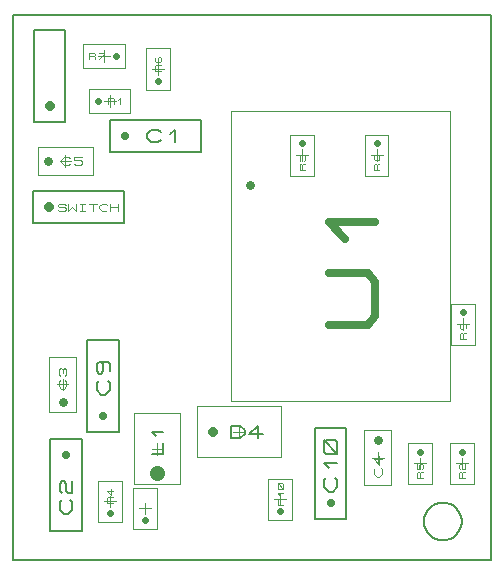
<source format=gbr>
G04 PROTEUS GERBER X2 FILE*
%TF.GenerationSoftware,Labcenter,Proteus,8.17-SP2-Build37159*%
%TF.CreationDate,2024-05-15T17:06:41+00:00*%
%TF.FileFunction,AssemblyDrawing,Top*%
%TF.FilePolarity,Positive*%
%TF.Part,Single*%
%TF.SameCoordinates,{8e856c1c-122a-437a-bfc2-24db689c5e76}*%
%FSLAX45Y45*%
%MOMM*%
G01*
%TA.AperFunction,Profile*%
%ADD21C,0.150000*%
%TA.AperFunction,Material*%
%ADD68C,0.050000*%
%ADD69C,0.762000*%
%ADD74C,0.645140*%
%ADD30C,0.150000*%
%ADD75C,0.711200*%
%ADD76C,0.177800*%
%ADD77C,0.721360*%
%ADD78C,0.112140*%
%ADD79C,0.812800*%
%ADD80C,0.097810*%
%ADD81C,0.579120*%
%ADD82C,0.077840*%
%ADD83C,0.843280*%
%ADD84C,0.169110*%
%ADD85C,1.257300*%
%ADD86C,0.142540*%
%TD.AperFunction*%
D21*
X-2010000Y-2260000D02*
X+2040000Y-2260000D01*
X+2040000Y+2360000D01*
X-2010000Y+2360000D01*
X-2010000Y-2260000D01*
D68*
X+1687000Y-909000D02*
X-163000Y-909000D01*
X-163000Y+1541000D01*
X+1687000Y+1541000D01*
X+1687000Y-909000D01*
D69*
X+0Y+915000D02*
X+0Y+915000D01*
D74*
X+670257Y-264631D02*
X+992830Y-264631D01*
X+1057344Y-192053D01*
X+1057344Y+98263D01*
X+992830Y+170842D01*
X+670257Y+170842D01*
X+799286Y+461157D02*
X+670257Y+606315D01*
X+1057344Y+606315D01*
D30*
X-1378500Y-1171500D02*
X-1109500Y-1171500D01*
X-1109500Y-394500D01*
X-1378500Y-394500D01*
X-1378500Y-1171500D01*
D75*
X-1244000Y-1037000D02*
X-1244000Y-1037000D01*
D76*
X-1208440Y-737975D02*
X-1190660Y-757978D01*
X-1190660Y-817985D01*
X-1226220Y-857990D01*
X-1261780Y-857990D01*
X-1297340Y-817985D01*
X-1297340Y-757978D01*
X-1279560Y-737975D01*
X-1261780Y-577955D02*
X-1244000Y-597958D01*
X-1244000Y-657965D01*
X-1261780Y-677968D01*
X-1279560Y-677968D01*
X-1297340Y-657965D01*
X-1297340Y-597958D01*
X-1279560Y-577955D01*
X-1208440Y-577955D01*
X-1190660Y-597958D01*
X-1190660Y-657965D01*
D30*
X+545500Y-1912500D02*
X+814500Y-1912500D01*
X+814500Y-1135500D01*
X+545500Y-1135500D01*
X+545500Y-1912500D01*
D75*
X+680000Y-1778000D02*
X+680000Y-1778000D01*
D76*
X+715560Y-1558985D02*
X+733340Y-1578988D01*
X+733340Y-1638995D01*
X+697780Y-1679000D01*
X+662220Y-1679000D01*
X+626660Y-1638995D01*
X+626660Y-1578988D01*
X+644440Y-1558985D01*
X+662220Y-1478975D02*
X+626660Y-1438970D01*
X+733340Y-1438970D01*
X+715560Y-1358960D02*
X+644440Y-1358960D01*
X+626660Y-1338958D01*
X+626660Y-1258948D01*
X+644440Y-1238945D01*
X+715560Y-1238945D01*
X+733340Y-1258948D01*
X+733340Y-1338958D01*
X+715560Y-1358960D01*
X+733340Y-1358960D02*
X+626660Y-1238945D01*
D68*
X-1475000Y-1005000D02*
X-1475000Y-535000D01*
X-1705000Y-535000D01*
X-1705000Y-1005000D01*
X-1475000Y-1005000D01*
X-1640000Y-770000D02*
X-1540000Y-770000D01*
X-1590000Y-720000D02*
X-1590000Y-820000D01*
D77*
X-1590000Y-920000D02*
X-1590000Y-920000D01*
D78*
X-1567571Y-733449D02*
X-1556356Y-746065D01*
X-1556356Y-783913D01*
X-1578785Y-809145D01*
X-1601214Y-809145D01*
X-1623643Y-783913D01*
X-1623643Y-746065D01*
X-1612428Y-733449D01*
X-1612428Y-695600D02*
X-1623643Y-682984D01*
X-1623643Y-645136D01*
X-1612428Y-632520D01*
X-1601214Y-632520D01*
X-1590000Y-645136D01*
X-1578785Y-632520D01*
X-1567571Y-632520D01*
X-1556356Y-645136D01*
X-1556356Y-682984D01*
X-1567571Y-695600D01*
X-1590000Y-670368D02*
X-1590000Y-645136D01*
D68*
X+965000Y-1155000D02*
X+965000Y-1625000D01*
X+1195000Y-1625000D01*
X+1195000Y-1155000D01*
X+965000Y-1155000D01*
X+1130000Y-1390000D02*
X+1030000Y-1390000D01*
X+1080000Y-1440000D02*
X+1080000Y-1340000D01*
D77*
X+1080000Y-1240000D02*
X+1080000Y-1240000D01*
D78*
X+1102429Y-1477017D02*
X+1113644Y-1489633D01*
X+1113644Y-1527481D01*
X+1091215Y-1552713D01*
X+1068786Y-1552713D01*
X+1046357Y-1527481D01*
X+1046357Y-1489633D01*
X+1057572Y-1477017D01*
X+1091215Y-1376088D02*
X+1091215Y-1451784D01*
X+1046357Y-1401320D01*
X+1113644Y-1401320D01*
D30*
X-1842500Y+595500D02*
X-1065500Y+595500D01*
X-1065500Y+864500D01*
X-1842500Y+864500D01*
X-1842500Y+595500D01*
D79*
X-1708000Y+730000D02*
X-1708000Y+730000D01*
D80*
X-1630517Y+710438D02*
X-1619514Y+700657D01*
X-1575499Y+700657D01*
X-1564496Y+710438D01*
X-1564496Y+720219D01*
X-1575499Y+730000D01*
X-1619514Y+730000D01*
X-1630517Y+739781D01*
X-1630517Y+749562D01*
X-1619514Y+759343D01*
X-1575499Y+759343D01*
X-1564496Y+749562D01*
X-1542488Y+759343D02*
X-1542488Y+700657D01*
X-1509478Y+730000D01*
X-1476467Y+700657D01*
X-1476467Y+759343D01*
X-1443456Y+759343D02*
X-1399441Y+759343D01*
X-1421449Y+759343D02*
X-1421449Y+700657D01*
X-1443456Y+700657D02*
X-1399441Y+700657D01*
X-1366430Y+759343D02*
X-1300409Y+759343D01*
X-1333420Y+759343D02*
X-1333420Y+700657D01*
X-1212380Y+710438D02*
X-1223383Y+700657D01*
X-1256394Y+700657D01*
X-1278401Y+720219D01*
X-1278401Y+739781D01*
X-1256394Y+759343D01*
X-1223383Y+759343D01*
X-1212380Y+749562D01*
X-1190372Y+700657D02*
X-1190372Y+759343D01*
X-1124351Y+759343D02*
X-1124351Y+700657D01*
X-1190372Y+730000D02*
X-1124351Y+730000D01*
D30*
X-1191500Y+1197500D02*
X-414500Y+1197500D01*
X-414500Y+1466500D01*
X-1191500Y+1466500D01*
X-1191500Y+1197500D01*
D75*
X-1057000Y+1332000D02*
X-1057000Y+1332000D01*
D76*
X-757975Y+1296440D02*
X-777978Y+1278660D01*
X-837985Y+1278660D01*
X-877990Y+1314220D01*
X-877990Y+1349780D01*
X-837985Y+1385340D01*
X-777978Y+1385340D01*
X-757975Y+1367560D01*
X-677965Y+1349780D02*
X-637960Y+1385340D01*
X-637960Y+1278660D01*
D68*
X-1800000Y+1007000D02*
X-1330000Y+1007000D01*
X-1330000Y+1237000D01*
X-1800000Y+1237000D01*
X-1800000Y+1007000D01*
X-1565000Y+1172000D02*
X-1565000Y+1072000D01*
X-1515000Y+1122000D02*
X-1615000Y+1122000D01*
D77*
X-1715000Y+1122000D02*
X-1715000Y+1122000D01*
D78*
X-1528449Y+1099571D02*
X-1541065Y+1088356D01*
X-1578913Y+1088356D01*
X-1604145Y+1110785D01*
X-1604145Y+1133214D01*
X-1578913Y+1155643D01*
X-1541065Y+1155643D01*
X-1528449Y+1144428D01*
X-1427520Y+1155643D02*
X-1490600Y+1155643D01*
X-1490600Y+1133214D01*
X-1440136Y+1133214D01*
X-1427520Y+1122000D01*
X-1427520Y+1099571D01*
X-1440136Y+1088356D01*
X-1477984Y+1088356D01*
X-1490600Y+1099571D01*
D30*
X-1694500Y-2012500D02*
X-1425500Y-2012500D01*
X-1425500Y-1235500D01*
X-1694500Y-1235500D01*
X-1694500Y-2012500D01*
D75*
X-1560000Y-1370000D02*
X-1560000Y-1370000D01*
D76*
X-1524440Y-1749035D02*
X-1506660Y-1769038D01*
X-1506660Y-1829045D01*
X-1542220Y-1869050D01*
X-1577780Y-1869050D01*
X-1613340Y-1829045D01*
X-1613340Y-1769038D01*
X-1595560Y-1749035D01*
X-1595560Y-1689028D02*
X-1613340Y-1669025D01*
X-1613340Y-1609018D01*
X-1595560Y-1589015D01*
X-1577780Y-1589015D01*
X-1560000Y-1609018D01*
X-1560000Y-1669025D01*
X-1542220Y-1689028D01*
X-1506660Y-1689028D01*
X-1506660Y-1589015D01*
D68*
X+1691000Y-1264000D02*
X+1691000Y-1614000D01*
X+1891000Y-1614000D01*
X+1891000Y-1264000D01*
X+1691000Y-1264000D01*
X+1841000Y-1439000D02*
X+1741000Y-1439000D01*
X+1791000Y-1489000D02*
X+1791000Y-1389000D01*
D81*
X+1791000Y-1339000D02*
X+1791000Y-1339000D01*
D82*
X+1814355Y-1562291D02*
X+1767646Y-1562291D01*
X+1767646Y-1518502D01*
X+1775431Y-1509744D01*
X+1783216Y-1509744D01*
X+1791000Y-1518502D01*
X+1791000Y-1562291D01*
X+1791000Y-1518502D02*
X+1798785Y-1509744D01*
X+1814355Y-1509744D01*
X+1775431Y-1483471D02*
X+1767646Y-1474713D01*
X+1767646Y-1448439D01*
X+1775431Y-1439681D01*
X+1783216Y-1439681D01*
X+1791000Y-1448439D01*
X+1791000Y-1474713D01*
X+1798785Y-1483471D01*
X+1814355Y-1483471D01*
X+1814355Y-1439681D01*
D68*
X-1087000Y-1936000D02*
X-1087000Y-1586000D01*
X-1287000Y-1586000D01*
X-1287000Y-1936000D01*
X-1087000Y-1936000D01*
X-1237000Y-1761000D02*
X-1137000Y-1761000D01*
X-1187000Y-1711000D02*
X-1187000Y-1811000D01*
D81*
X-1187000Y-1861000D02*
X-1187000Y-1861000D01*
D82*
X-1163645Y-1777835D02*
X-1210354Y-1777835D01*
X-1210354Y-1734046D01*
X-1202569Y-1725288D01*
X-1194784Y-1725288D01*
X-1187000Y-1734046D01*
X-1187000Y-1777835D01*
X-1187000Y-1734046D02*
X-1179215Y-1725288D01*
X-1163645Y-1725288D01*
X-1179215Y-1655225D02*
X-1179215Y-1707772D01*
X-1210354Y-1672741D01*
X-1163645Y-1672741D01*
D68*
X+1336000Y-1264000D02*
X+1336000Y-1614000D01*
X+1536000Y-1614000D01*
X+1536000Y-1264000D01*
X+1336000Y-1264000D01*
X+1486000Y-1439000D02*
X+1386000Y-1439000D01*
X+1436000Y-1489000D02*
X+1436000Y-1389000D01*
D81*
X+1436000Y-1339000D02*
X+1436000Y-1339000D01*
D82*
X+1459355Y-1562291D02*
X+1412646Y-1562291D01*
X+1412646Y-1518502D01*
X+1420431Y-1509744D01*
X+1428216Y-1509744D01*
X+1436000Y-1518502D01*
X+1436000Y-1562291D01*
X+1436000Y-1518502D02*
X+1443785Y-1509744D01*
X+1459355Y-1509744D01*
X+1412646Y-1439681D02*
X+1412646Y-1483471D01*
X+1428216Y-1483471D01*
X+1428216Y-1448439D01*
X+1436000Y-1439681D01*
X+1451570Y-1439681D01*
X+1459355Y-1448439D01*
X+1459355Y-1474713D01*
X+1451570Y-1483471D01*
D68*
X+354000Y-1918000D02*
X+354000Y-1568000D01*
X+154000Y-1568000D01*
X+154000Y-1918000D01*
X+354000Y-1918000D01*
X+204000Y-1743000D02*
X+304000Y-1743000D01*
X+254000Y-1693000D02*
X+254000Y-1793000D01*
D81*
X+254000Y-1843000D02*
X+254000Y-1843000D01*
D82*
X+277355Y-1794866D02*
X+230646Y-1794866D01*
X+230646Y-1751077D01*
X+238431Y-1742319D01*
X+246216Y-1742319D01*
X+254000Y-1751077D01*
X+254000Y-1794866D01*
X+254000Y-1751077D02*
X+261785Y-1742319D01*
X+277355Y-1742319D01*
X+246216Y-1707288D02*
X+230646Y-1689772D01*
X+277355Y-1689772D01*
X+269570Y-1654740D02*
X+238431Y-1654740D01*
X+230646Y-1645983D01*
X+230646Y-1610951D01*
X+238431Y-1602193D01*
X+269570Y-1602193D01*
X+277355Y-1610951D01*
X+277355Y-1645983D01*
X+269570Y-1654740D01*
X+277355Y-1654740D02*
X+230646Y-1602193D01*
D68*
X-450000Y-1385000D02*
X+260000Y-1385000D01*
X+260000Y-955000D01*
X-450000Y-955000D01*
X-450000Y-1385000D01*
X-95000Y-1120000D02*
X-95000Y-1220000D01*
X-45000Y-1170000D02*
X-145000Y-1170000D01*
D83*
X-320000Y-1170000D02*
X-320000Y-1170000D01*
D84*
X-159868Y-1220734D02*
X-159868Y-1119267D01*
X-83768Y-1119267D01*
X-45718Y-1153089D01*
X-45718Y-1186912D01*
X-83768Y-1220734D01*
X-159868Y-1220734D01*
X+106482Y-1186912D02*
X-7668Y-1186912D01*
X+68432Y-1119267D01*
X+68432Y-1220734D01*
D68*
X-591000Y-1615000D02*
X-591000Y-1015000D01*
X-981000Y-1015000D01*
X-981000Y-1615000D01*
X-591000Y-1615000D01*
X-836000Y-1315000D02*
X-736000Y-1315000D01*
X-786000Y-1265000D02*
X-786000Y-1365000D01*
D85*
X-786000Y-1520000D02*
X-786000Y-1520000D01*
D86*
X-828764Y-1363108D02*
X-743237Y-1363108D01*
X-743237Y-1266891D01*
X-800255Y-1202746D02*
X-828764Y-1170673D01*
X-743237Y-1170673D01*
D68*
X+340000Y+1345000D02*
X+340000Y+995000D01*
X+540000Y+995000D01*
X+540000Y+1345000D01*
X+340000Y+1345000D01*
X+490000Y+1170000D02*
X+390000Y+1170000D01*
X+440000Y+1120000D02*
X+440000Y+1220000D01*
D81*
X+440000Y+1270000D02*
X+440000Y+1270000D01*
D82*
X+463355Y+1046709D02*
X+416646Y+1046709D01*
X+416646Y+1090498D01*
X+424431Y+1099256D01*
X+432216Y+1099256D01*
X+440000Y+1090498D01*
X+440000Y+1046709D01*
X+440000Y+1090498D02*
X+447785Y+1099256D01*
X+463355Y+1099256D01*
X+424431Y+1125529D02*
X+416646Y+1134287D01*
X+416646Y+1160561D01*
X+424431Y+1169319D01*
X+432216Y+1169319D01*
X+440000Y+1160561D01*
X+447785Y+1169319D01*
X+455570Y+1169319D01*
X+463355Y+1160561D01*
X+463355Y+1134287D01*
X+455570Y+1125529D01*
X+440000Y+1143045D02*
X+440000Y+1160561D01*
D68*
X+970000Y+1346000D02*
X+970000Y+996000D01*
X+1170000Y+996000D01*
X+1170000Y+1346000D01*
X+970000Y+1346000D01*
X+1120000Y+1171000D02*
X+1020000Y+1171000D01*
X+1070000Y+1121000D02*
X+1070000Y+1221000D01*
D81*
X+1070000Y+1271000D02*
X+1070000Y+1271000D01*
D82*
X+1093355Y+1047709D02*
X+1046646Y+1047709D01*
X+1046646Y+1091498D01*
X+1054431Y+1100256D01*
X+1062216Y+1100256D01*
X+1070000Y+1091498D01*
X+1070000Y+1047709D01*
X+1070000Y+1091498D02*
X+1077785Y+1100256D01*
X+1093355Y+1100256D01*
X+1070000Y+1135287D02*
X+1062216Y+1126529D01*
X+1054431Y+1126529D01*
X+1046646Y+1135287D01*
X+1046646Y+1161561D01*
X+1054431Y+1170319D01*
X+1062216Y+1170319D01*
X+1070000Y+1161561D01*
X+1070000Y+1135287D01*
X+1077785Y+1126529D01*
X+1085570Y+1126529D01*
X+1093355Y+1135287D01*
X+1093355Y+1161561D01*
X+1085570Y+1170319D01*
X+1077785Y+1170319D01*
X+1070000Y+1161561D01*
D68*
X+1700000Y-85000D02*
X+1700000Y-435000D01*
X+1900000Y-435000D01*
X+1900000Y-85000D01*
X+1700000Y-85000D01*
X+1850000Y-260000D02*
X+1750000Y-260000D01*
X+1800000Y-310000D02*
X+1800000Y-210000D01*
D81*
X+1800000Y-160000D02*
X+1800000Y-160000D01*
D82*
X+1823355Y-383291D02*
X+1776646Y-383291D01*
X+1776646Y-339502D01*
X+1784431Y-330744D01*
X+1792216Y-330744D01*
X+1800000Y-339502D01*
X+1800000Y-383291D01*
X+1800000Y-339502D02*
X+1807785Y-330744D01*
X+1823355Y-330744D01*
X+1792216Y-260681D02*
X+1800000Y-269439D01*
X+1800000Y-295713D01*
X+1792216Y-304471D01*
X+1784431Y-304471D01*
X+1776646Y-295713D01*
X+1776646Y-269439D01*
X+1784431Y-260681D01*
X+1815570Y-260681D01*
X+1823355Y-269439D01*
X+1823355Y-295713D01*
D68*
X-1365000Y+1530000D02*
X-1015000Y+1530000D01*
X-1015000Y+1730000D01*
X-1365000Y+1730000D01*
X-1365000Y+1530000D01*
X-1190000Y+1680000D02*
X-1190000Y+1580000D01*
X-1140000Y+1630000D02*
X-1240000Y+1630000D01*
D81*
X-1290000Y+1630000D02*
X-1290000Y+1630000D01*
D82*
X-1206835Y+1606645D02*
X-1206835Y+1653354D01*
X-1163046Y+1653354D01*
X-1154288Y+1645569D01*
X-1154288Y+1637784D01*
X-1163046Y+1630000D01*
X-1206835Y+1630000D01*
X-1163046Y+1630000D02*
X-1154288Y+1622215D01*
X-1154288Y+1606645D01*
X-1119257Y+1637784D02*
X-1101741Y+1653354D01*
X-1101741Y+1606645D01*
D68*
X-680000Y+1725000D02*
X-680000Y+2075000D01*
X-880000Y+2075000D01*
X-880000Y+1725000D01*
X-680000Y+1725000D01*
X-830000Y+1900000D02*
X-730000Y+1900000D01*
X-780000Y+1950000D02*
X-780000Y+1850000D01*
D81*
X-780000Y+1800000D02*
X-780000Y+1800000D01*
D82*
X-756645Y+1883165D02*
X-803354Y+1883165D01*
X-803354Y+1926954D01*
X-795569Y+1935712D01*
X-787784Y+1935712D01*
X-780000Y+1926954D01*
X-780000Y+1883165D01*
X-780000Y+1926954D02*
X-772215Y+1935712D01*
X-756645Y+1935712D01*
X-795569Y+2005775D02*
X-803354Y+1997017D01*
X-803354Y+1970743D01*
X-795569Y+1961985D01*
X-764430Y+1961985D01*
X-756645Y+1970743D01*
X-756645Y+1997017D01*
X-764430Y+2005775D01*
X-772215Y+2005775D01*
X-780000Y+1997017D01*
X-780000Y+1961985D01*
D68*
X-1065000Y+2110000D02*
X-1415000Y+2110000D01*
X-1415000Y+1910000D01*
X-1065000Y+1910000D01*
X-1065000Y+2110000D01*
X-1240000Y+1960000D02*
X-1240000Y+2060000D01*
X-1290000Y+2010000D02*
X-1190000Y+2010000D01*
D81*
X-1140000Y+2010000D02*
X-1140000Y+2010000D01*
D82*
X-1363291Y+1986645D02*
X-1363291Y+2033354D01*
X-1319502Y+2033354D01*
X-1310744Y+2025569D01*
X-1310744Y+2017784D01*
X-1319502Y+2010000D01*
X-1363291Y+2010000D01*
X-1319502Y+2010000D02*
X-1310744Y+2002215D01*
X-1310744Y+1986645D01*
X-1284471Y+2033354D02*
X-1240681Y+2033354D01*
X-1240681Y+2025569D01*
X-1284471Y+1986645D01*
D21*
X+1790312Y-1930000D02*
X+1789777Y-1916917D01*
X+1785433Y-1890749D01*
X+1776357Y-1864581D01*
X+1761574Y-1838413D01*
X+1738960Y-1812409D01*
X+1712792Y-1792721D01*
X+1686624Y-1780021D01*
X+1660456Y-1772608D01*
X+1634288Y-1769745D01*
X+1630000Y-1769688D01*
X+1469688Y-1930000D02*
X+1470223Y-1916917D01*
X+1474567Y-1890749D01*
X+1483643Y-1864581D01*
X+1498426Y-1838413D01*
X+1521040Y-1812409D01*
X+1547208Y-1792721D01*
X+1573376Y-1780021D01*
X+1599544Y-1772608D01*
X+1625712Y-1769745D01*
X+1630000Y-1769688D01*
X+1469688Y-1930000D02*
X+1470223Y-1943083D01*
X+1474567Y-1969251D01*
X+1483643Y-1995419D01*
X+1498426Y-2021587D01*
X+1521040Y-2047591D01*
X+1547208Y-2067279D01*
X+1573376Y-2079979D01*
X+1599544Y-2087392D01*
X+1625712Y-2090255D01*
X+1630000Y-2090312D01*
X+1790312Y-1930000D02*
X+1789777Y-1943083D01*
X+1785433Y-1969251D01*
X+1776357Y-1995419D01*
X+1761574Y-2021587D01*
X+1738960Y-2047591D01*
X+1712792Y-2067279D01*
X+1686624Y-2079979D01*
X+1660456Y-2087392D01*
X+1634288Y-2090255D01*
X+1630000Y-2090312D01*
D30*
X-1834500Y+1455500D02*
X-1565500Y+1455500D01*
X-1565500Y+2232500D01*
X-1834500Y+2232500D01*
X-1834500Y+1455500D01*
D79*
X-1700000Y+1590000D02*
X-1700000Y+1590000D01*
D68*
X-790000Y-1995000D02*
X-790000Y-1645000D01*
X-990000Y-1645000D01*
X-990000Y-1995000D01*
X-790000Y-1995000D01*
X-940000Y-1820000D02*
X-840000Y-1820000D01*
X-890000Y-1770000D02*
X-890000Y-1870000D01*
D81*
X-890000Y-1920000D02*
X-890000Y-1920000D01*
M02*

</source>
